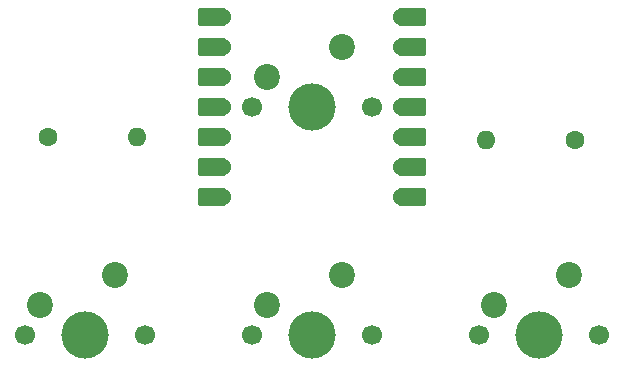
<source format=gbr>
%TF.GenerationSoftware,KiCad,Pcbnew,9.0.2*%
%TF.CreationDate,2025-06-30T20:41:05-04:00*%
%TF.ProjectId,Hackpad,4861636b-7061-4642-9e6b-696361645f70,rev?*%
%TF.SameCoordinates,Original*%
%TF.FileFunction,Soldermask,Bot*%
%TF.FilePolarity,Negative*%
%FSLAX46Y46*%
G04 Gerber Fmt 4.6, Leading zero omitted, Abs format (unit mm)*
G04 Created by KiCad (PCBNEW 9.0.2) date 2025-06-30 20:41:05*
%MOMM*%
%LPD*%
G01*
G04 APERTURE LIST*
G04 Aperture macros list*
%AMRoundRect*
0 Rectangle with rounded corners*
0 $1 Rounding radius*
0 $2 $3 $4 $5 $6 $7 $8 $9 X,Y pos of 4 corners*
0 Add a 4 corners polygon primitive as box body*
4,1,4,$2,$3,$4,$5,$6,$7,$8,$9,$2,$3,0*
0 Add four circle primitives for the rounded corners*
1,1,$1+$1,$2,$3*
1,1,$1+$1,$4,$5*
1,1,$1+$1,$6,$7*
1,1,$1+$1,$8,$9*
0 Add four rect primitives between the rounded corners*
20,1,$1+$1,$2,$3,$4,$5,0*
20,1,$1+$1,$4,$5,$6,$7,0*
20,1,$1+$1,$6,$7,$8,$9,0*
20,1,$1+$1,$8,$9,$2,$3,0*%
G04 Aperture macros list end*
%ADD10C,1.600000*%
%ADD11O,1.600000X1.600000*%
%ADD12C,1.700000*%
%ADD13C,4.000000*%
%ADD14C,2.200000*%
%ADD15RoundRect,0.152400X-1.063600X-0.609600X1.063600X-0.609600X1.063600X0.609600X-1.063600X0.609600X0*%
%ADD16C,1.524000*%
%ADD17RoundRect,0.152400X1.063600X0.609600X-1.063600X0.609600X-1.063600X-0.609600X1.063600X-0.609600X0*%
G04 APERTURE END LIST*
D10*
%TO.C,C1*%
X163600000Y-83250000D03*
D11*
X171100000Y-83250000D03*
%TD*%
D12*
%TO.C,SW1*%
X180855000Y-100015000D03*
D13*
X185935000Y-100015000D03*
D12*
X191015000Y-100015000D03*
D14*
X188475000Y-94935000D03*
X182125000Y-97475000D03*
%TD*%
D12*
%TO.C,SW3*%
X180850000Y-80775000D03*
D13*
X185930000Y-80775000D03*
D12*
X191010000Y-80775000D03*
D14*
X188470000Y-75695000D03*
X182120000Y-78235000D03*
%TD*%
D10*
%TO.C,C2*%
X208150000Y-83500000D03*
D11*
X200650000Y-83500000D03*
%TD*%
D12*
%TO.C,SW4*%
X200080000Y-100015000D03*
D13*
X205160000Y-100015000D03*
D12*
X210240000Y-100015000D03*
D14*
X207700000Y-94935000D03*
X201350000Y-97475000D03*
%TD*%
D12*
%TO.C,SW2*%
X161607500Y-100012500D03*
D13*
X166687500Y-100012500D03*
D12*
X171767500Y-100012500D03*
D14*
X169227500Y-94932500D03*
X162877500Y-97472500D03*
%TD*%
D15*
%TO.C,U1*%
X194385000Y-73155000D03*
D16*
X193550000Y-73155000D03*
D15*
X194385000Y-75695000D03*
D16*
X193550000Y-75695000D03*
D15*
X194385000Y-78235000D03*
D16*
X193550000Y-78235000D03*
D15*
X194385000Y-80775000D03*
D16*
X193550000Y-80775000D03*
D15*
X194385000Y-83315000D03*
D16*
X193550000Y-83315000D03*
D15*
X194385000Y-85855000D03*
D16*
X193550000Y-85855000D03*
D15*
X194385000Y-88395000D03*
D16*
X193550000Y-88395000D03*
X178310000Y-88395000D03*
D17*
X177475000Y-88395000D03*
D16*
X178310000Y-85855000D03*
D17*
X177475000Y-85855000D03*
D16*
X178310000Y-83315000D03*
D17*
X177475000Y-83315000D03*
D16*
X178310000Y-80775000D03*
D17*
X177475000Y-80775000D03*
D16*
X178310000Y-78235000D03*
D17*
X177475000Y-78235000D03*
D16*
X178310000Y-75695000D03*
D17*
X177475000Y-75695000D03*
D16*
X178310000Y-73155000D03*
D17*
X177475000Y-73155000D03*
%TD*%
M02*

</source>
